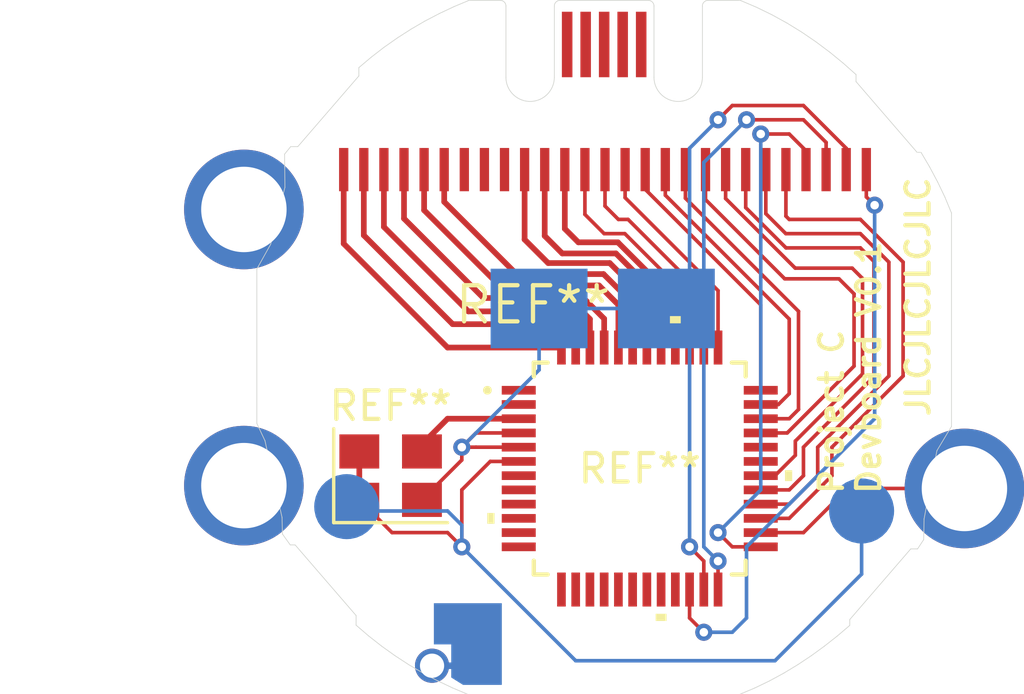
<source format=kicad_pcb>
(kicad_pcb (version 20241229) (generator "pcbnew") (generator_version "9.0")
  (layers (0 "F.Cu" signal) (4 "In1.Cu" signal) (6 "In2.Cu" signal) (2 "B.Cu" signal) (13 "F.Paste" user) (15 "B.Paste" user) (5 "F.SilkS" user "F.Silkscreen") (7 "B.SilkS" user "B.Silkscreen") (1 "F.Mask" user) (3 "B.Mask" user) (25 "Edge.Cuts" user))
  (net 0 "")
  (footprint "Casio Footprints:CASIO-F91W-OUTLINE" (layer "F.Cu") (at 150 100)
    (property "Reference" "REF**" (at -2.5 -1.5 0) (layer "F.SilkS") (effects (font (size 1.27 1.27))))
    (property "Value" "Val**")
    (fp_poly (pts (xy -3.5943 11.8489) (xy -4.956585 11.8489) (xy -5.3719 11.589328) (xy -5.3719 11.2901) (xy -5.6259 11.2901) (xy -5.6259 11.0619) (xy -5.3719 11.0619) (xy -5.3719 10.4265) (xy -5.9815 10.4265) (xy -5.9815 8.9791) (xy -3.5943 8.9791)) (fill yes) (layer "B.Cu"))
    (fp_line (start -12.2 -2.757631) (end -11.71355 -3.627168) (stroke (width 0.025)) (layer "Edge.Cuts"))
    (fp_line (start -12.2 2.663568) (end -12.2 -2.757631) (stroke (width 0.025)) (layer "Edge.Cuts"))
    (fp_line (start -11.913368 3.27264) (end -12.2 2.663568) (stroke (width 0.025)) (layer "Edge.Cuts"))
    (fp_line (start -11.71355 -3.627168) (end -11.213318 -5.628081) (stroke (width 0.025)) (layer "Edge.Cuts"))
    (fp_line (start -11.31254 5.972231) (end -11.913368 3.27264) (stroke (width 0.025)) (layer "Edge.Cuts"))
    (fp_line (start -11.301518 6.54825) (end -11.31254 5.972231) (stroke (width 0.025)) (layer "Edge.Cuts"))
    (fp_line (start -11.22435 -6.79254) (end -11.213318 -5.628081) (stroke (width 0.025)) (layer "Edge.Cuts"))
    (fp_line (start -11.02729 6.931331) (end -11.301518 6.54825) (stroke (width 0.025)) (layer "Edge.Cuts"))
    (fp_line (start -11.012131 -7.05574) (end -11.22435 -6.79254) (stroke (width 0.025)) (layer "Edge.Cuts"))
    (fp_line (start -10.855031 6.931331) (end -11.02729 6.931331) (stroke (width 0.025)) (layer "Edge.Cuts"))
    (fp_line (start -10.761331 -7.05574) (end -11.012131 -7.05574) (stroke (width 0.025)) (layer "Edge.Cuts"))
    (fp_line (start -8.712168 9.41319) (end -10.855031 6.931331) (stroke (width 0.025)) (layer "Edge.Cuts"))
    (fp_line (start -8.712168 9.7522) (end -8.712168 9.41319) (stroke (width 0.025)) (layer "Edge.Cuts"))
    (fp_line (start -8.617081 -9.831118) (end -8.617081 -9.5376) (stroke (width 0.025)) (layer "Edge.Cuts"))
    (fp_line (start -8.617081 -9.5376) (end -10.761331 -7.05574) (stroke (width 0.025)) (layer "Edge.Cuts"))
    (fp_line (start -8.273968 10.12839) (end -8.712168 9.7522) (stroke (width 0.025)) (layer "Edge.Cuts"))
    (fp_line (start -8.180268 -10.199068) (end -8.617081 -9.831118) (stroke (width 0.025)) (layer "Edge.Cuts"))
    (fp_line (start -7.819209 10.485309) (end -8.273968 10.12839) (stroke (width 0.025)) (layer "Edge.Cuts"))
    (fp_line (start -7.729631 -10.547681) (end -8.180268 -10.199068) (stroke (width 0.025)) (layer "Edge.Cuts"))
    (fp_line (start -7.349309 10.82155) (end -7.819209 10.485309) (stroke (width 0.025)) (layer "Edge.Cuts"))
    (fp_line (start -7.263868 -10.874268) (end -7.729631 -10.547681) (stroke (width 0.025)) (layer "Edge.Cuts"))
    (fp_line (start -6.86425 11.1385) (end -7.349309 10.82155) (stroke (width 0.025)) (layer "Edge.Cuts"))
    (fp_line (start -6.785659 -11.18159) (end -7.263868 -10.874268) (stroke (width 0.025)) (layer "Edge.Cuts"))
    (fp_line (start -6.362618 11.4334) (end -6.86425 11.1385) (stroke (width 0.025)) (layer "Edge.Cuts"))
    (fp_line (start -6.293709 -11.468231) (end -6.785659 -11.18159) (stroke (width 0.025)) (layer "Edge.Cuts"))
    (fp_line (start -5.848631 11.70625) (end -6.362618 11.4334) (stroke (width 0.025)) (layer "Edge.Cuts"))
    (fp_line (start -5.789368 -11.731418) (end -6.293709 -11.468231) (stroke (width 0.025)) (layer "Edge.Cuts"))
    (fp_line (start -5.31944 11.95705) (end -5.848631 11.70625) (stroke (width 0.025)) (layer "Edge.Cuts"))
    (fp_line (start -5.273981 -11.973968) (end -5.789368 -11.731418) (stroke (width 0.025)) (layer "Edge.Cuts"))
    (fp_line (start -4.777868 12.185809) (end -5.31944 11.95705) (stroke (width 0.025)) (layer "Edge.Cuts"))
    (fp_line (start -4.747559 -12.19444) (end -5.273981 -11.973968) (stroke (width 0.025)) (layer "Edge.Cuts"))
    (fp_line (start -4.747559 -12.19444) (end -3.65 -12.19444) (stroke (width 0.025)) (layer "Edge.Cuts"))
    (fp_line (start -3.45 -11.99444) (end -3.45 -9.49444) (stroke (width 0.025)) (layer "Edge.Cuts"))
    (fp_line (start -1.75 -11.99444) (end -1.75 -9.49444) (stroke (width 0.025)) (layer "Edge.Cuts"))
    (fp_line (start -1.55 -12.19444) (end 1.55 -12.19444) (stroke (width 0.025)) (layer "Edge.Cuts"))
    (fp_line (start 1.75 -11.99444) (end 1.75 -9.49444) (stroke (width 0.025)) (layer "Edge.Cuts"))
    (fp_line (start 3.45 -11.99444) (end 3.45 -9.49444) (stroke (width 0.025)) (layer "Edge.Cuts"))
    (fp_line (start 3.65 -12.19444) (end 4.778809 -12.19444) (stroke (width 0.025)) (layer "Edge.Cuts"))
    (fp_line (start 4.747131 12.185809) (end -4.777868 12.185809) (stroke (width 0.025)) (layer "Edge.Cuts"))
    (fp_line (start 5.283181 11.96119) (end 4.747131 12.185809) (stroke (width 0.025)) (layer "Edge.Cuts"))
    (fp_line (start 5.343809 -11.954659) (end 4.778809 -12.19444) (stroke (width 0.025)) (layer "Edge.Cuts"))
    (fp_line (start 5.804081 11.71039) (end 5.283181 11.96119) (stroke (width 0.025)) (layer "Edge.Cuts"))
    (fp_line (start 5.893659 -11.687331) (end 5.343809 -11.954659) (stroke (width 0.025)) (layer "Edge.Cuts"))
    (fp_line (start 6.309818 11.43615) (end 5.804081 11.71039) (stroke (width 0.025)) (layer "Edge.Cuts"))
    (fp_line (start 6.42694 -11.393809) (end 5.893659 -11.687331) (stroke (width 0.025)) (layer "Edge.Cuts"))
    (fp_line (start 6.801768 11.1385) (end 6.309818 11.43615) (stroke (width 0.025)) (layer "Edge.Cuts"))
    (fp_line (start 6.9437 -11.075468) (end 6.42694 -11.393809) (stroke (width 0.025)) (layer "Edge.Cuts"))
    (fp_line (start 7.27855 10.82155) (end 6.801768 11.1385) (stroke (width 0.025)) (layer "Edge.Cuts"))
    (fp_line (start 7.443931 -10.73374) (end 6.9437 -11.075468) (stroke (width 0.025)) (layer "Edge.Cuts"))
    (fp_line (start 7.741568 10.483931) (end 7.27855 10.82155) (stroke (width 0.025)) (layer "Edge.Cuts"))
    (fp_line (start 7.927618 -10.371281) (end 7.443931 -10.73374) (stroke (width 0.025)) (layer "Edge.Cuts"))
    (fp_line (start 8.19084 10.129768) (end 7.741568 10.483931) (stroke (width 0.025)) (layer "Edge.Cuts"))
    (fp_line (start 8.39615 -9.988218) (end 7.927618 -10.371281) (stroke (width 0.025)) (layer "Edge.Cuts"))
    (fp_line (start 8.6263 9.55375) (end 8.6263 9.75909) (stroke (width 0.025)) (layer "Edge.Cuts"))
    (fp_line (start 8.6263 9.75909) (end 8.19084 10.129768) (stroke (width 0.025)) (layer "Edge.Cuts"))
    (fp_line (start 8.8468 -9.5872) (end 8.39615 -9.988218) (stroke (width 0.025)) (layer "Edge.Cuts"))
    (fp_line (start 8.8468 -9.34055) (end 8.8468 -9.5872) (stroke (width 0.025)) (layer "Edge.Cuts"))
    (fp_line (start 10.76914 7.071918) (end 8.6263 9.55375) (stroke (width 0.025)) (layer "Edge.Cuts"))
    (fp_line (start 10.98964 -6.857309) (end 8.8468 -9.34055) (stroke (width 0.025)) (layer "Edge.Cuts"))
    (fp_line (start 11.00755 7.071918) (end 10.76914 7.071918) (stroke (width 0.025)) (layer "Edge.Cuts"))
    (fp_line (start 11.128809 -6.857309) (end 10.98964 -6.857309) (stroke (width 0.025)) (layer "Edge.Cuts"))
    (fp_line (start 11.222509 6.748068) (end 11.00755 7.071918) (stroke (width 0.025)) (layer "Edge.Cuts"))
    (fp_line (start 11.2363 6.021831) (end 11.222509 6.748068) (stroke (width 0.025)) (layer "Edge.Cuts"))
    (fp_line (start 11.430609 -6.34469) (end 11.128809 -6.857309) (stroke (width 0.025)) (layer "Edge.Cuts"))
    (fp_line (start 11.6869 3.622668) (end 11.2363 6.021831) (stroke (width 0.025)) (layer "Edge.Cuts"))
    (fp_line (start 11.6869 3.622668) (end 12.199568 2.76969) (stroke (width 0.025)) (layer "Edge.Cuts"))
    (fp_line (start 11.71174 -5.818281) (end 11.430609 -6.34469) (stroke (width 0.025)) (layer "Edge.Cuts"))
    (fp_line (start 11.9694 -5.27944) (end 11.71174 -5.818281) (stroke (width 0.025)) (layer "Edge.Cuts"))
    (fp_line (start 12.199568 -4.7241) (end 11.9694 -5.27944) (stroke (width 0.025)) (layer "Edge.Cuts"))
    (fp_line (start 12.199568 2.76969) (end 12.199568 -4.7241) (stroke (width 0.025)) (layer "Edge.Cuts"))
    (fp_arc (start -3.65 -12.19444) (mid -3.508579 -12.135861) (end -3.45 -11.99444) (stroke (width 0.025)) (layer "Edge.Cuts"))
    (fp_arc (start -1.75 -11.99444) (mid -1.691421 -12.135861) (end -1.55 -12.19444) (stroke (width 0.025)) (layer "Edge.Cuts"))
    (fp_arc (start -1.75 -9.49444) (mid -2.6 -8.64444) (end -3.45 -9.49444) (stroke (width 0.025)) (layer "Edge.Cuts"))
    (fp_arc (start 1.55 -12.19444) (mid 1.691421 -12.135861) (end 1.75 -11.99444) (stroke (width 0.025)) (layer "Edge.Cuts"))
    (fp_arc (start 3.45 -11.99444) (mid 3.508579 -12.135861) (end 3.65 -12.19444) (stroke (width 0.025)) (layer "Edge.Cuts"))
    (fp_arc (start 3.45 -9.49444) (mid 2.6 -8.64444) (end 1.75 -9.49444) (stroke (width 0.025)) (layer "Edge.Cuts"))
    (pad "" np_thru_hole circle (at -7.8994 -1.2192) (size 1.1 1.1) (drill 1.1) (layers "*.Cu" "*.Mask"))
    (pad "" np_thru_hole circle (at -7.1374 7.7216) (size 1.3 1.3) (drill 1.3) (layers "*.Cu" "*.Mask"))
    (pad "" np_thru_hole circle (at -6.477 -9.906) (size 1.3 1.3) (drill 1.3) (layers "*.Cu" "*.Mask"))
    (pad "" np_thru_hole circle (at -2.2352 11.2268) (size 0.85 0.85) (drill 0.85) (layers "*.Cu" "*.Mask"))
    (pad "" np_thru_hole circle (at 6.5278 -9.8044) (size 1.3 1.3) (drill 1.3) (layers "*.Cu" "*.Mask"))
    (pad "" np_thru_hole circle (at 6.6294 7.7216) (size 1.3 1.3) (drill 1.3) (layers "*.Cu" "*.Mask"))
    (pad "" np_thru_hole circle (at 7.8486 -1.4732) (size 1.1 1.1) (drill 1.1) (layers "*.Cu" "*.Mask"))
    (pad "1" smd rect (at -9.148 -6.25) (size 0.326 1.52) (layers "F.Cu" "F.Mask"))
    (pad "2" smd rect (at -8.442 -6.25) (size 0.326 1.52) (layers "F.Cu" "F.Mask"))
    (pad "3" smd rect (at -7.736 -6.25) (size 0.326 1.52) (layers "F.Cu" "F.Mask"))
    (pad "4" smd rect (at -7.03 -6.25) (size 0.326 1.52) (layers "F.Cu" "F.Mask"))
    (pad "5" smd rect (at -6.324 -6.25) (size 0.326 1.52) (layers "F.Cu" "F.Mask"))
    (pad "6" smd rect (at -5.618 -6.25) (size 0.326 1.52) (layers "F.Cu" "F.Mask"))
    (pad "7" smd rect (at -4.912 -6.25) (size 0.326 1.52) (layers "F.Cu" "F.Mask"))
    (pad "8" smd rect (at -4.206 -6.25) (size 0.326 1.52) (layers "F.Cu" "F.Mask"))
    (pad "9" smd rect (at -3.5 -6.25) (size 0.326 1.52) (layers "F.Cu" "F.Mask"))
    (pad "10" smd rect (at -2.794 -6.25) (size 0.326 1.52) (layers "F.Cu" "F.Mask"))
    (pad "11" smd rect (at -2.088 -6.25) (size 0.326 1.52) (layers "F.Cu" "F.Mask"))
    (pad "12" smd rect (at -1.382 -6.25) (size 0.326 1.52) (layers "F.Cu" "F.Mask"))
    (pad "13" smd rect (at -0.676 -6.25) (size 0.326 1.52) (layers "F.Cu" "F.Mask"))
    (pad "14" smd rect (at 0.03 -6.25) (size 0.326 1.52) (layers "F.Cu" "F.Mask"))
    (pad "15" smd rect (at 0.736 -6.25) (size 0.326 1.52) (layers "F.Cu" "F.Mask"))
    (pad "16" smd rect (at 1.442 -6.25) (size 0.326 1.52) (layers "F.Cu" "F.Mask"))
    (pad "17" smd rect (at 2.148 -6.25) (size 0.326 1.52) (layers "F.Cu" "F.Mask"))
    (pad "18" smd rect (at 2.854 -6.25) (size 0.326 1.52) (layers "F.Cu" "F.Mask"))
    (pad "19" smd rect (at 3.56 -6.25) (size 0.326 1.52) (layers "F.Cu" "F.Mask"))
    (pad "20" smd rect (at 4.266 -6.25) (size 0.326 1.52) (layers "F.Cu" "F.Mask"))
    (pad "21" smd rect (at 4.972 -6.25) (size 0.326 1.52) (layers "F.Cu" "F.Mask"))
    (pad "22" smd rect (at 5.678 -6.25) (size 0.326 1.52) (layers "F.Cu" "F.Mask"))
    (pad "23" smd rect (at 6.384 -6.25) (size 0.326 1.52) (layers "F.Cu" "F.Mask"))
    (pad "24" smd rect (at 7.09 -6.25) (size 0.326 1.52) (layers "F.Cu" "F.Mask"))
    (pad "25" smd rect (at 7.796 -6.25) (size 0.326 1.52) (layers "F.Cu" "F.Mask"))
    (pad "26" smd rect (at 8.502 -6.25) (size 0.326 1.52) (layers "F.Cu" "F.Mask"))
    (pad "27" smd rect (at 9.208 -6.25) (size 0.326 1.52) (layers "F.Cu" "F.Mask"))
    (pad "ALARM" thru_hole circle (at 12.654 4.95) (size 4.2 4.2) (drill 3) (layers "*.Cu" "*.Mask"))
    (pad "BUZZER" thru_hole circle (at -6.0452 11.176) (size 1.2 1.2) (drill 0.85) (layers "*.Cu" "*.Mask"))
    (pad "GND" smd rect (at 1.3 -10.64444 90) (size 2.3 0.37) (layers "F.Cu" "F.Mask"))
    (pad "GND1" smd rect (at -2.286 -1.3716 180) (size 3.4036 2.794) (layers "B.Cu" "B.Mask"))
    (pad "GND2" smd rect (at 2.1844 -1.3716 180) (size 3.4036 2.794) (layers "B.Cu" "B.Mask"))
    (pad "LIGHT" thru_hole circle (at -12.654 -4.85) (size 4.2 4.2) (drill 3) (layers "*.Cu" "*.Mask"))
    (pad "MODE" thru_hole circle (at -12.654 4.85) (size 4.2 4.2) (drill 3) (layers "*.Cu" "*.Mask"))
    (pad "USB_ID" smd rect (at 0.65 -10.64444 90) (size 2.3 0.37) (layers "F.Cu" "F.Mask"))
    (pad "USB_N" smd rect (at -0.65 -10.64444 90) (size 2.3 0.37) (layers "F.Cu" "F.Mask"))
    (pad "USB_P" smd rect (at 0 -10.64444 90) (size 2.3 0.37) (layers "F.Cu" "F.Mask"))
    (pad "VBUS" smd rect (at -1.3 -10.64444 90) (size 2.3 0.37) (layers "F.Cu" "F.Mask"))
    (pad "VCC1" smd roundrect (at -9.0424 5.588 180) (size 2.286 2.286) (layers "B.Cu" "B.Mask") (roundrect_rratio 0.5))
    (pad "VCC2" smd roundrect (at 9.0424 5.7404 180) (size 2.286 2.286) (layers "B.Cu" "B.Mask") (roundrect_rratio 0.5))
  )
  (footprint "Crystal:Crystal_SMD_3225-4Pin_3.2x2.5mm" (layer "F.Cu") (at 142.5 104.5)
    (property "Reference" "REF**" (at 0 -2.45 0) (layer "F.SilkS"))
    (property "Value" "Crystal_SMD_3225-4Pin_3.2x2.5mm")
    (fp_line (start -2 -1.65) (end -2 1.65) (stroke (width 0.12)) (layer "F.SilkS"))
    (fp_line (start -2 1.65) (end 2 1.65) (stroke (width 0.12)) (layer "F.SilkS"))
    (pad "1" smd rect (at -1.1 0.85) (size 1.4 1.2) (layers "F.Cu" "F.Mask" "F.Paste"))
    (pad "2" smd rect (at 1.1 0.85) (size 1.4 1.2) (layers "F.Cu" "F.Mask" "F.Paste"))
    (pad "3" smd rect (at 1.1 -0.85) (size 1.4 1.2) (layers "F.Cu" "F.Mask" "F.Paste"))
    (pad "4" smd rect (at -1.1 -0.85) (size 1.4 1.2) (layers "F.Cu" "F.Mask" "F.Paste"))
  )
  (footprint "STM8S105C6T6:LQFP48-7X7mm" (layer "F.Cu") (at 151.25 104.249999)
    (property "Reference" "REF**" (at 0 0 0) (layer "F.SilkS"))
    (property "Value" "LQFP48-7X7mm")
    (fp_line (start -3.7211 -3.7211) (end -3.7211 -3.23514) (stroke (width 0.1524)) (layer "F.SilkS"))
    (fp_line (start -3.7211 3.23514) (end -3.7211 3.7211) (stroke (width 0.1524)) (layer "F.SilkS"))
    (fp_line (start -3.7211 3.7211) (end -3.23514 3.7211) (stroke (width 0.1524)) (layer "F.SilkS"))
    (fp_line (start -3.23514 -3.7211) (end -3.7211 -3.7211) (stroke (width 0.1524)) (layer "F.SilkS"))
    (fp_line (start 3.23514 3.7211) (end 3.7211 3.7211) (stroke (width 0.1524)) (layer "F.SilkS"))
    (fp_line (start 3.7211 -3.7211) (end 3.23514 -3.7211) (stroke (width 0.1524)) (layer "F.SilkS"))
    (fp_line (start 3.7211 -3.23514) (end 3.7211 -3.7211) (stroke (width 0.1524)) (layer "F.SilkS"))
    (fp_line (start 3.7211 3.7211) (end 3.7211 3.23514) (stroke (width 0.1524)) (layer "F.SilkS"))
    (fp_circle (center -5.350901 -2.75) (end -5.274701 -2.75) (stroke (width 0.1524)) (fill no) (layer "F.SilkS"))
    (fp_poly (pts (xy -5.354899 1.559499) (xy -5.354899 1.940499) (xy -5.100899 1.940499) (xy -5.100899 1.559499)) (fill yes) (layer "F.SilkS"))
    (fp_poly (pts (xy 0.559501 5.100899) (xy 0.559501 5.354899) (xy 0.940501 5.354899) (xy 0.940501 5.100899)) (fill yes) (layer "F.SilkS"))
    (fp_poly (pts (xy 1.0595 -5.100899) (xy 1.0595 -5.354899) (xy 1.4405 -5.354899) (xy 1.4405 -5.100899)) (fill yes) (layer "F.SilkS"))
    (fp_poly (pts (xy 5.354899 0.059499) (xy 5.354899 0.4405) (xy 5.100899 0.4405) (xy 5.100899 0.059499)) (fill yes) (layer "F.SilkS"))
    (pad "1" smd rect (at -4.249999 -2.75) (size 1.1938 0.3048) (layers "F.Cu" "F.Mask" "F.Paste"))
    (pad "2" smd rect (at -4.249999 -2.250001) (size 1.1938 0.3048) (layers "F.Cu" "F.Mask" "F.Paste"))
    (pad "3" smd rect (at -4.249999 -1.749999) (size 1.1938 0.3048) (layers "F.Cu" "F.Mask" "F.Paste"))
    (pad "4" smd rect (at -4.249999 -1.25) (size 1.1938 0.3048) (layers "F.Cu" "F.Mask" "F.Paste"))
    (pad "5" smd rect (at -4.249999 -0.750001) (size 1.1938 0.3048) (layers "F.Cu" "F.Mask" "F.Paste"))
    (pad "6" smd rect (at -4.249999 -0.25) (size 1.1938 0.3048) (layers "F.Cu" "F.Mask" "F.Paste"))
    (pad "7" smd rect (at -4.249999 0.25) (size 1.1938 0.3048) (layers "F.Cu" "F.Mask" "F.Paste"))
    (pad "8" smd rect (at -4.249999 0.750001) (size 1.1938 0.3048) (layers "F.Cu" "F.Mask" "F.Paste"))
    (pad "9" smd rect (at -4.249999 1.25) (size 1.1938 0.3048) (layers "F.Cu" "F.Mask" "F.Paste"))
    (pad "10" smd rect (at -4.249999 1.749999) (size 1.1938 0.3048) (layers "F.Cu" "F.Mask" "F.Paste"))
    (pad "11" smd rect (at -4.249999 2.250001) (size 1.1938 0.3048) (layers "F.Cu" "F.Mask" "F.Paste"))
    (pad "12" smd rect (at -4.249999 2.75) (size 1.1938 0.3048) (layers "F.Cu" "F.Mask" "F.Paste"))
    (pad "13" smd rect (at -2.75 4.249999 90) (size 1.1938 0.3048) (layers "F.Cu" "F.Mask" "F.Paste"))
    (pad "14" smd rect (at -2.250001 4.249999 90) (size 1.1938 0.3048) (layers "F.Cu" "F.Mask" "F.Paste"))
    (pad "15" smd rect (at -1.749999 4.249999 90) (size 1.1938 0.3048) (layers "F.Cu" "F.Mask" "F.Paste"))
    (pad "16" smd rect (at -1.25 4.249999 90) (size 1.1938 0.3048) (layers "F.Cu" "F.Mask" "F.Paste"))
    (pad "17" smd rect (at -0.750001 4.249999 90) (size 1.1938 0.3048) (layers "F.Cu" "F.Mask" "F.Paste"))
    (pad "18" smd rect (at -0.25 4.249999 90) (size 1.1938 0.3048) (layers "F.Cu" "F.Mask" "F.Paste"))
    (pad "19" smd rect (at 0.25 4.249999 90) (size 1.1938 0.3048) (layers "F.Cu" "F.Mask" "F.Paste"))
    (pad "20" smd rect (at 0.750001 4.249999 90) (size 1.1938 0.3048) (layers "F.Cu" "F.Mask" "F.Paste"))
    (pad "21" smd rect (at 1.25 4.249999 90) (size 1.1938 0.3048) (layers "F.Cu" "F.Mask" "F.Paste"))
    (pad "22" smd rect (at 1.749999 4.249999 90) (size 1.1938 0.3048) (layers "F.Cu" "F.Mask" "F.Paste"))
    (pad "23" smd rect (at 2.250001 4.249999 90) (size 1.1938 0.3048) (layers "F.Cu" "F.Mask" "F.Paste"))
    (pad "24" smd rect (at 2.75 4.249999 90) (size 1.1938 0.3048) (layers "F.Cu" "F.Mask" "F.Paste"))
    (pad "25" smd rect (at 4.249999 2.75) (size 1.1938 0.3048) (layers "F.Cu" "F.Mask" "F.Paste"))
    (pad "26" smd rect (at 4.249999 2.250001) (size 1.1938 0.3048) (layers "F.Cu" "F.Mask" "F.Paste"))
    (pad "27" smd rect (at 4.249999 1.749999) (size 1.1938 0.3048) (layers "F.Cu" "F.Mask" "F.Paste"))
    (pad "28" smd rect (at 4.249999 1.25) (size 1.1938 0.3048) (layers "F.Cu" "F.Mask" "F.Paste"))
    (pad "29" smd rect (at 4.249999 0.750001) (size 1.1938 0.3048) (layers "F.Cu" "F.Mask" "F.Paste"))
    (pad "30" smd rect (at 4.249999 0.25) (size 1.1938 0.3048) (layers "F.Cu" "F.Mask" "F.Paste"))
    (pad "31" smd rect (at 4.249999 -0.25) (size 1.1938 0.3048) (layers "F.Cu" "F.Mask" "F.Paste"))
    (pad "32" smd rect (at 4.249999 -0.750001) (size 1.1938 0.3048) (layers "F.Cu" "F.Mask" "F.Paste"))
    (pad "33" smd rect (at 4.249999 -1.25) (size 1.1938 0.3048) (layers "F.Cu" "F.Mask" "F.Paste"))
    (pad "34" smd rect (at 4.249999 -1.749999) (size 1.1938 0.3048) (layers "F.Cu" "F.Mask" "F.Paste"))
    (pad "35" smd rect (at 4.249999 -2.250001) (size 1.1938 0.3048) (layers "F.Cu" "F.Mask" "F.Paste"))
    (pad "36" smd rect (at 4.249999 -2.75) (size 1.1938 0.3048) (layers "F.Cu" "F.Mask" "F.Paste"))
    (pad "37" smd rect (at 2.75 -4.249999 90) (size 1.1938 0.3048) (layers "F.Cu" "F.Mask" "F.Paste"))
    (pad "38" smd rect (at 2.250001 -4.249999 90) (size 1.1938 0.3048) (layers "F.Cu" "F.Mask" "F.Paste"))
    (pad "39" smd rect (at 1.749999 -4.249999 90) (size 1.1938 0.3048) (layers "F.Cu" "F.Mask" "F.Paste"))
    (pad "40" smd rect (at 1.25 -4.249999 90) (size 1.1938 0.3048) (layers "F.Cu" "F.Mask" "F.Paste"))
    (pad "41" smd rect (at 0.750001 -4.249999 90) (size 1.1938 0.3048) (layers "F.Cu" "F.Mask" "F.Paste"))
    (pad "42" smd rect (at 0.25 -4.249999 90) (size 1.1938 0.3048) (layers "F.Cu" "F.Mask" "F.Paste"))
    (pad "43" smd rect (at -0.25 -4.249999 90) (size 1.1938 0.3048) (layers "F.Cu" "F.Mask" "F.Paste"))
    (pad "44" smd rect (at -0.750001 -4.249999 90) (size 1.1938 0.3048) (layers "F.Cu" "F.Mask" "F.Paste"))
    (pad "45" smd rect (at -1.25 -4.249999 90) (size 1.1938 0.3048) (layers "F.Cu" "F.Mask" "F.Paste"))
    (pad "46" smd rect (at -1.749999 -4.249999 90) (size 1.1938 0.3048) (layers "F.Cu" "F.Mask" "F.Paste"))
    (pad "47" smd rect (at -2.250001 -4.249999 90) (size 1.1938 0.3048) (layers "F.Cu" "F.Mask" "F.Paste"))
    (pad "48" smd rect (at -2.75 -4.249999 90) (size 1.1938 0.3048) (layers "F.Cu" "F.Mask" "F.Paste"))
  )
  (gr_text "JLCJLCJLCJLC" (at 161.5 102.5 90) (layer "F.SilkS") (effects (font (size 0.8128 0.8128) (thickness 0.1524) (bold yes)) (justify left bottom)))
  (gr_text "Project C\nDevboard V0.1" (at 159.767906 105.217735 90) (layer "F.SilkS") (effects (font (size 0.8128 0.8128) (thickness 0.1524) (bold yes)) (justify left bottom)))
  (segment (start 155.499999 102.999999) (end 156.428539 102.999999) (width 0.127) (layer "F.Cu") (net 0))
  (segment (start 149.324 95.324) (end 149.324 93.75) (width 0.127) (layer "F.Cu") (net 0))
  (segment (start 147.912 96.079322) (end 147.912 93.75) (width 0.2) (layer "F.Cu") (net 0))
  (segment (start 145 103.95) (end 143.6 105.35) (width 0.127) (layer "F.Cu") (net 0))
  (segment (start 159 96) (end 156.380919 96) (width 0.127) (layer "F.Cu") (net 0))
  (segment (start 155.499999 104.499999) (end 156.000001 104.499999) (width 0.127) (layer "F.Cu") (net 0))
  (segment (start 155 92) (end 157 92) (width 0.127) (layer "F.Cu") (net 0))
  (segment (start 158.711076 97.211076) (end 156.711076 97.211076) (width 0.127) (layer "F.Cu") (net 0))
  (segment (start 159 95.5) (end 156.5 95.5) (width 0.127) (layer "F.Cu") (net 0))
  (segment (start 150.03 95.03) (end 150.03 93.75) (width 0.127) (layer "F.Cu") (net 0))
  (segment (start 150.840136 95.5) (end 150.5 95.5) (width 0.127) (layer "F.Cu") (net 0))
  (segment (start 142.97 95.47) (end 142.97 93.75) (width 0.2) (layer "F.Cu") (net 0))
  (segment (start 156.500002 105.999998) (end 158 104.5) (width 0.127) (layer "F.Cu") (net 0))
  (segment (start 158 103.5) (end 160.5 101) (width 0.127) (layer "F.Cu") (net 0))
  (segment (start 153.500001 98.159865) (end 150.840136 95.5) (width 0.127) (layer "F.Cu") (net 0))
  (segment (start 152.000001 98.282061) (end 150.412737 96.694797) (width 0.2) (layer "F.Cu") (net 0))
  (segment (start 162.654 104.95) (end 158.550001 104.95) (width 0.127) (layer "F.Cu") (net 0))
  (segment (start 146.919689 97.419689) (end 144.382 94.882) (width 0.2) (layer "F.Cu") (net 0))
  (segment (start 151.5 98.337111) (end 151.5 100) (width 0.2) (layer "F.Cu") (net 0))
  (segment (start 158.777014 100.651524) (end 158.777014 98.115041) (width 0.127) (layer "F.Cu") (net 0))
  (segment (start 143.676 95.176) (end 146.320439 97.820439) (width 0.2) (layer "F.Cu") (net 0))
  (segment (start 155.5 92.5) (end 156.5 92.5) (width 0.127) (layer "F.Cu") (net 0))
  (segment (start 145 103.5) (end 145.5 103.5) (width 0.127) (layer "F.Cu") (net 0))
  (segment (start 145.229576 98.729576) (end 142.264 95.764) (width 0.2) (layer "F.Cu") (net 0))
  (segment (start 152.5 98.322707) (end 150.48096 96.303667) (width 0.2) (layer "F.Cu") (net 0))
  (segment (start 149.500001 100) (end 149.5 99) (width 0.2) (layer "F.Cu") (net 0))
  (segment (start 148.999999 99.499999) (end 148.679359 99.179359) (width 0.2) (layer "F.Cu") (net 0))
  (segment (start 160 97) (end 159 96) (width 0.127) (layer "F.Cu") (net 0))
  (segment (start 145 105) (end 146.000001 103.999999) (width 0.127) (layer "F.Cu") (net 0))
  (segment (start 156.342551 97.585875) (end 153.56 94.803324) (width 0.127) (layer "F.Cu") (net 0))
  (segment (start 155.499999 102.5) (end 156.5 102.5) (width 0.127) (layer "F.Cu") (net 0))
  (segment (start 141.558 96.058) (end 141.558 93.75) (width 0.2) (layer "F.Cu") (net 0))
  (segment (start 157 92) (end 157.796 92.796) (width 0.127) (layer "F.Cu") (net 0))
  (segment (start 152.999999 100) (end 152.999999 98.273629) (width 0.127) (layer "F.Cu") (net 0))
  (segment (start 152.999999 109.499999) (end 153.5 110) (width 0.127) (layer "F.Cu") (net 0))
  (segment (start 156.38754 96.5) (end 154.972 95.08446) (width 0.127) (layer "F.Cu") (net 0))
  (segment (start 158.550001 104.95) (end 157.000001 106.5) (width 0.127) (layer "F.Cu") (net 0))
  (segment (start 157 91.5) (end 158.502 93.002) (width 0.127) (layer "F.Cu") (net 0))
  (segment (start 144.5 100) (end 140.852 96.352) (width 0.2) (layer "F.Cu") (net 0))
  (segment (start 156.5 105) (end 157 104.5) (width 0.127) (layer "F.Cu") (net 0))
  (segment (start 145.500001 102.999999) (end 147.000001 102.999999) (width 0.127) (layer "F.Cu") (net 0))
  (segment (start 143.6 103.65) (end 143.6 103.4) (width 0.2) (layer "F.Cu") (net 0))
  (segment (start 146.000001 103.999999) (end 147.000001 103.999999) (width 0.127) (layer "F.Cu") (net 0))
  (segment (start 149.093331 96.303667) (end 148.618 95.828336) (width 0.2) (layer "F.Cu") (net 0))
  (segment (start 158 104.5) (end 158 103.5) (width 0.127) (layer "F.Cu") (net 0))
  (segment (start 156.5 92.5) (end 157.09 93.09) (width 0.127) (layer "F.Cu") (net 0))
  (segment (start 144.5 106.5) (end 142.55 106.5) (width 0.127) (layer "F.Cu") (net 0))
  (segment (start 156.5 101.619884) (end 156.119886 101.999998) (width 0.127) (layer "F.Cu") (net 0))
  (segment (start 155.499999 106.999999) (end 154.499999 106.999999) (width 0.127) (layer "F.Cu") (net 0))
  (segment (start 156.428539 102.999999) (end 158.777014 100.651524) (width 0.127) (layer "F.Cu") (net 0))
  (segment (start 147.206 96.206) (end 148.03211 97.03211) (width 0.2) (layer "F.Cu") (net 0))
  (segment (start 150.499999 98.499999) (end 150.499999 100) (width 0.2) (layer "F.Cu") (net 0))
  (segment (start 150.72637 96) (end 150 96) (width 0.127) (layer "F.Cu") (net 0))
  (segment (start 155.678 95.297081) (end 155.678 93.75) (width 0.127) (layer "F.Cu") (net 0))
  (segment (start 155.499999 105.999998) (end 156.500002 105.999998) (width 0.127) (layer "F.Cu") (net 0))
  (segment (start 160.5 101) (end 160.5 97) (width 0.127) (layer "F.Cu") (net 0))
  (segment (start 149.272691 98.260653) (end 145.760653 98.260653) (width 0.2) (layer "F.Cu") (net 0))
  (segment (start 152.148 93.75) (end 152.148 94.648) (width 0.127) (layer "F.Cu") (net 0))
  (segment (start 152.999999 98.273629) (end 150.72637 96) (width 0.127) (layer "F.Cu") (net 0))
  (segment (start 156.000001 104.499999) (end 156.714269 103.785731) (width 0.127) (layer "F.Cu") (net 0))
  (segment (start 145 103.5) (end 145.500001 102.999999) (width 0.127) (layer "F.Cu") (net 0))
  (segment (start 157.796 92.796) (end 157.796 93.75) (width 0.127) (layer "F.Cu") (net 0))
  (segment (start 157.000001 106.5) (end 155.499999 106.5) (width 0.127) (layer "F.Cu") (net 0))
  (segment (start 156.825818 98.726589) (end 152.854 94.754771) (width 0.127) (layer "F.Cu") (net 0))
  (segment (start 152.854 94.754771) (end 152.854 93.75) (width 0.127) (layer "F.Cu") (net 0))
  (segment (start 148.03211 97.03211) (end 150.194999 97.03211) (width 0.2) (layer "F.Cu") (net 0))
  (segment (start 150.5 95.5) (end 150.03 95.03) (width 0.127) (layer "F.Cu") (net 0))
  (segment (start 158.502 93.002) (end 158.502 93.75) (width 0.127) (layer "F.Cu") (net 0))
  (segment (start 152.999999 108.499998) (end 152.999999 109.499999) (width 0.127) (layer "F.Cu") (net 0))
  (segment (start 157 104.5) (end 157 103.5) (width 0.127) (layer "F.Cu") (net 0))
  (segment (start 154 98) (end 150.736 94.736) (width 0.127) (layer "F.Cu") (net 0))
  (segment (start 144.5 102.5) (end 147.000001 102.5) (width 0.2) (layer "F.Cu") (net 0))
  (segment (start 150.194999 97.03211) (end 151.5 98.337111) (width 0.2) (layer "F.Cu") (net 0))
  (segment (start 156.119886 101.999998) (end 155.499999 101.999998) (width 0.127) (layer "F.Cu") (net 0))
  (segment (start 157.5 103.5) (end 160 101) (width 0.127) (layer "F.Cu") (net 0))
  (segment (start 153.500001 108.499998) (end 153.500001 107.500001) (width 0.127) (layer "F.Cu") (net 0))
  (segment (start 154.5 91.5) (end 157 91.5) (width 0.127) (layer "F.Cu") (net 0))
  (segment (start 142.264 95.764) (end 142.264 93.75) (width 0.2) (layer "F.Cu") (net 0))
  (segment (start 157.5 104.5) (end 157.5 103.5) (width 0.127) (layer "F.Cu") (net 0))
  (segment (start 153.500001 107.500001) (end 153 107) (width 0.127) (layer "F.Cu") (net 0))
  (segment (start 160 101) (end 160 97) (width 0.127) (layer "F.Cu") (net 0))
  (segment (start 145.5 103.5) (end 145.500002 103.499998) (width 0.127) (layer "F.Cu") (net 0))
  (segment (start 149.977209 97.419689) (end 146.919689 97.419689) (width 0.2) (layer "F.Cu") (net 0))
  (segment (start 155.499999 98.499999) (end 151.442 94.442) (width 0.127) (layer "F.Cu") (net 0))
  (segment (start 150 96) (end 149.324 95.324) (width 0.127) (layer "F.Cu") (net 0))
  (segment (start 149.820439 97.820439) (end 150.499999 98.499999) (width 0.2) (layer "F.Cu") (net 0))
  (segment (start 155.499999 105) (end 156.5 105) (width 0.127) (layer "F.Cu") (net 0))
  (segment (start 156.5 102.5) (end 156.825818 102.174182) (width 0.127) (layer "F.Cu") (net 0))
  (segment (start 146.320439 97.820439) (end 149.820439 97.820439) (width 0.2) (layer "F.Cu") (net 0))
  (segment (start 156.5 95.5) (end 156.384 95.384) (width 0.127) (layer "F.Cu") (net 0))
  (segment (start 154 108.499998) (end 154 107.5) (width 0.127) (layer "F.Cu") (net 0))
  (segment (start 156.380919 96) (end 155.678 95.297081) (width 0.127) (layer "F.Cu") (net 0))
  (segment (start 156.825818 102.174182) (end 156.825818 98.726589) (width 0.127) (layer "F.Cu") (net 0))
  (segment (start 153.56 94.803324) (end 153.56 93.75) (width 0.127) (layer "F.Cu") (net 0))
  (segment (start 144.382 94.882) (end 144.382 93.75) (width 0.2) (layer "F.Cu") (net 0))
  (segment (start 145 107) (end 144.5 106.5) (width 0.127) (layer "F.Cu") (net 0))
  (segment (start 141.4 103.65) (end 141.4 105.35) (width 0.2) (layer "F.Cu") (net 0))
  (segment (start 154 100) (end 154 98) (width 0.127) (layer "F.Cu") (net 0))
  (segment (start 159.475481 96.975481) (end 159 96.5) (width 0.127) (layer "F.Cu") (net 0))
  (segment (start 159.475481 101.024519) (end 159.475481 96.975481) (width 0.127) (layer "F.Cu") (net 0))
  (segment (start 150.48096 96.303667) (end 149.093331 96.303667) (width 0.2) (layer "F.Cu") (net 0))
  (segment (start 148.999999 100) (end 148.999999 99.499999) (width 0.2) (layer "F.Cu") (net 0))
  (segment (start 156.500001 105.499999) (end 157.5 104.5) (width 0.127) (layer "F.Cu") (net 0))
  (segment (start 156.714269 103.785731) (end 156.714269 103.285731) (width 0.127) (layer "F.Cu") (net 0))
  (segment (start 157.09 93.09) (end 157.09 93.75) (width 0.127) (layer "F.Cu") (net 0))
  (segment (start 143.676 93.75) (end 143.676 95.176) (width 0.2) (layer "F.Cu") (net 0))
  (segment (start 156.714269 103.285731) (end 159.074598 100.925402) (width 0.127) (layer "F.Cu") (net 0))
  (segment (start 148.618 95.828336) (end 148.618 93.75) (width 0.2) (layer "F.Cu") (net 0))
  (segment (start 150.412737 96.694797) (end 148.527475 96.694797) (width 0.2) (layer "F.Cu") (net 0))
  (segment (start 159.208 94.708) (end 159.5 95) (width 0.127) (layer "F.Cu") (net 0))
  (segment (start 152.5 100) (end 152.5 98.322707) (width 0.2) (layer "F.Cu") (net 0))
  (segment (start 155.499999 105.499999) (end 156.500001 105.499999) (width 0.127) (layer "F.Cu") (net 0))
  (segment (start 153.500001 100) (end 153.500001 98.159865) (width 0.127) (layer "F.Cu") (net 0))
  (segment (start 156.711076 97.211076) (end 154.266 94.766) (width 0.127) (layer "F.Cu") (net 0))
  (segment (start 159 96.5) (end 156.38754 96.5) (width 0.127) (layer "F.Cu") (net 0))
  (segment (start 144.679359 99.179359) (end 141.558 96.058) (width 0.2) (layer "F.Cu") (net 0))
  (segment (start 152.148 94.648) (end 156.5 99) (width 0.127) (layer "F.Cu") (net 0))
  (segment (start 154.499999 106.999999) (end 154 106.5) (width 0.127) (layer "F.Cu") (net 0))
  (segment (start 151 98.44248) (end 149.977209 97.419689) (width 0.2) (layer "F.Cu") (net 0))
  (segment (start 159.074598 97.574598) (end 158.711076 97.211076) (width 0.127) (layer "F.Cu") (net 0))
  (segment (start 145 107) (end 145 105) (width 0.127) (layer "F.Cu") (net 0))
  (segment (start 156.5 99) (end 156.5 101.619884) (width 0.127) (layer "F.Cu") (net 0))
  (segment (start 140.852 96.352) (end 140.852 93.75) (width 0.2) (layer "F.Cu") (net 0))
  (segment (start 158.777014 98.115041) (end 158.247848 97.585875) (width 0.127) (layer "F.Cu") (net 0))
  (segment (start 149.5 99) (end 149.229576 98.729576) (width 0.2) (layer "F.Cu") (net 0))
  (segment (start 150.736 94.736) (end 150.736 93.75) (width 0.127) (layer "F.Cu") (net 0))
  (segment (start 159.074598 100.925402) (end 159.074598 97.574598) (width 0.127) (layer "F.Cu") (net 0))
  (segment (start 150 98.987962) (end 149.272691 98.260653) (width 0.2) (layer "F.Cu") (net 0))
  (segment (start 150 100) (end 150 98.987962) (width 0.2) (layer "F.Cu") (net 0))
  (segment (start 148.527475 96.694797) (end 147.912 96.079322) (width 0.2) (layer "F.Cu") (net 0))
  (segment (start 151 100) (end 151 98.44248) (width 0.2) (layer "F.Cu") (net 0))
  (segment (start 145.500002 103.499998) (end 147.000001 103.499998) (width 0.127) (layer "F.Cu") (net 0))
  (segment (start 145 103.5) (end 145 103.95) (width 0.127) (layer "F.Cu") (net 0))
  (segment (start 151.442 94.442) (end 151.442 93.75) (width 0.127) (layer "F.Cu") (net 0))
  (segment (start 155.499999 101.499999) (end 155.499999 98.499999) (width 0.127) (layer "F.Cu") (net 0))
  (segment (start 156.384 95.384) (end 156.384 93.75) (width 0.127) (layer "F.Cu") (net 0))
  (segment (start 154.266 94.766) (end 154.266 93.75) (width 0.127) (layer "F.Cu") (net 0))
  (segment (start 154.972 95.08446) (end 154.972 93.75) (width 0.127) (layer "F.Cu") (net 0))
  (segment (start 159.208 93.75) (end 159.208 94.708) (width 0.127) (layer "F.Cu") (net 0))
  (segment (start 143.6 103.4) (end 144.5 102.5) (width 0.2) (layer "F.Cu") (net 0))
  (segment (start 148.679359 99.179359) (end 144.679359 99.179359) (width 0.2) (layer "F.Cu") (net 0))
  (segment (start 142.55 106.5) (end 141.4 105.35) (width 0.127) (layer "F.Cu") (net 0))
  (segment (start 152.000001 100) (end 152.000001 98.282061) (width 0.2) (layer "F.Cu") (net 0))
  (segment (start 154 92) (end 154.5 91.5) (width 0.127) (layer "F.Cu") (net 0))
  (segment (start 158.247848 97.585875) (end 156.342551 97.585875) (width 0.127) (layer "F.Cu") (net 0))
  (segment (start 149.229576 98.729576) (end 145.229576 98.729576) (width 0.2) (layer "F.Cu") (net 0))
  (segment (start 147.206 93.75) (end 147.206 96.206) (width 0.2) (layer "F.Cu") (net 0))
  (segment (start 160.5 97) (end 159 95.5) (width 0.127) (layer "F.Cu") (net 0))
  (segment (start 148.5 100) (end 144.5 100) (width 0.2) (layer "F.Cu") (net 0))
  (segment (start 157 103.5) (end 159.475481 101.024519) (width 0.127) (layer "F.Cu") (net 0))
  (segment (start 145.760653 98.260653) (end 142.97 95.47) (width 0.2) (layer "F.Cu") (net 0))
  (via (at 153 107) (size 0.6) (drill 0.3) (layers "F.Cu" "B.Cu") (net 0))
  (via (at 154 106.5) (size 0.6) (drill 0.3) (layers "F.Cu" "B.Cu") (net 0))
  (via (at 159.5 95) (size 0.6) (drill 0.3) (layers "F.Cu" "B.Cu") (net 0))
  (via (at 155 92) (size 0.6) (drill 0.3) (layers "F.Cu" "B.Cu") (net 0))
  (via (at 154 107.5) (size 0.6) (drill 0.3) (layers "F.Cu" "B.Cu") (net 0))
  (via (at 145 107) (size 0.6) (drill 0.3) (layers "F.Cu" "B.Cu") (net 0))
  (via (at 154 92) (size 0.6) (drill 0.3) (layers "F.Cu" "B.Cu") (net 0))
  (via (at 153.5 110) (size 0.6) (drill 0.3) (layers "F.Cu" "B.Cu") (net 0))
  (via (at 145 103.5) (size 0.6) (drill 0.3) (layers "F.Cu" "B.Cu") (net 0))
  (via (at 155.5 92.5) (size 0.6) (drill 0.3) (layers "F.Cu" "B.Cu") (net 0))
  (segment (start 152.1844 98.6284) (end 147.714 98.6284) (width 0.127) (layer "B.Cu") (net 0))
  (segment (start 153 107) (end 153 93) (width 0.127) (layer "B.Cu") (net 0))
  (segment (start 144.5 105.7404) (end 141.11 105.7404) (width 0.127) (layer "B.Cu") (net 0))
  (segment (start 155.5 92.5) (end 155.5 105) (width 0.127) (layer "B.Cu") (net 0))
  (segment (start 159.5 95) (end 159.5 102.5) (width 0.127) (layer "B.Cu") (net 0))
  (segment (start 141.11 105.7404) (end 140.9576 105.588) (width 0.127) (layer "B.Cu") (net 0))
  (segment (start 155 107) (end 155 109.5) (width 0.127) (layer "B.Cu") (net 0))
  (segment (start 147.714 98.6284) (end 147.714 100.786) (width 0.127) (layer "B.Cu") (net 0))
  (segment (start 153 93) (end 154 92) (width 0.127) (layer "B.Cu") (net 0))
  (segment (start 159.0424 107.9576) (end 156 111) (width 0.127) (layer "B.Cu") (net 0))
  (segment (start 154 107.5) (end 153.5 107) (width 0.127) (layer "B.Cu") (net 0))
  (segment (start 155 109.5) (end 154.5 110) (width 0.127) (layer "B.Cu") (net 0))
  (segment (start 145 107) (end 149 111) (width 0.127) (layer "B.Cu") (net 0))
  (segment (start 159.5 102.5) (end 155 107) (width 0.127) (layer "B.Cu") (net 0))
  (segment (start 153.5 93.5) (end 155 92) (width 0.127) (layer "B.Cu") (net 0))
  (segment (start 147.714 100.786) (end 145 103.5) (width 0.127) (layer "B.Cu") (net 0))
  (segment (start 155.5 105) (end 154 106.5) (width 0.127) (layer "B.Cu") (net 0))
  (segment (start 154.5 110) (end 153.5 110) (width 0.127) (layer "B.Cu") (net 0))
  (segment (start 149 111) (end 156 111) (width 0.127) (layer "B.Cu") (net 0))
  (segment (start 145 107) (end 145 106.2404) (width 0.127) (layer "B.Cu") (net 0))
  (segment (start 145 106.2404) (end 144.5 105.7404) (width 0.127) (layer "B.Cu") (net 0))
  (segment (start 153.5 107) (end 153.5 93.5) (width 0.127) (layer "B.Cu") (net 0))
  (segment (start 159.0424 105.7404) (end 159.0424 107.9576) (width 0.127) (layer "B.Cu") (net 0))
)
</source>
